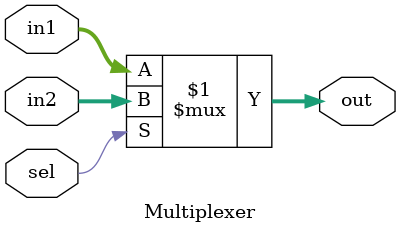
<source format=v>
module Multiplexer(
    input [31:0] in1,
    input [31:0] in2,
    input sel,
    output [31:0] out
);
    assign out = sel ? in2 : in1;
endmodule

</source>
